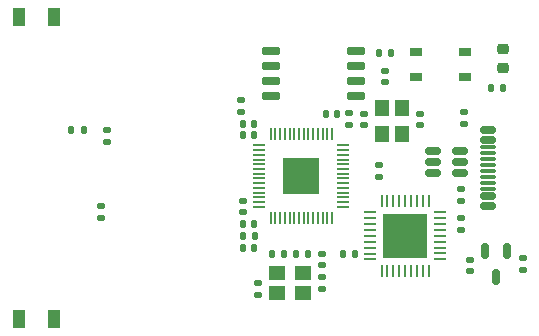
<source format=gbr>
%TF.GenerationSoftware,KiCad,Pcbnew,8.0.7*%
%TF.CreationDate,2025-04-15T10:47:43+02:00*%
%TF.ProjectId,colobus_hardware,636f6c6f-6275-4735-9f68-617264776172,rev?*%
%TF.SameCoordinates,Original*%
%TF.FileFunction,Paste,Top*%
%TF.FilePolarity,Positive*%
%FSLAX46Y46*%
G04 Gerber Fmt 4.6, Leading zero omitted, Abs format (unit mm)*
G04 Created by KiCad (PCBNEW 8.0.7) date 2025-04-15 10:47:43*
%MOMM*%
%LPD*%
G01*
G04 APERTURE LIST*
G04 Aperture macros list*
%AMRoundRect*
0 Rectangle with rounded corners*
0 $1 Rounding radius*
0 $2 $3 $4 $5 $6 $7 $8 $9 X,Y pos of 4 corners*
0 Add a 4 corners polygon primitive as box body*
4,1,4,$2,$3,$4,$5,$6,$7,$8,$9,$2,$3,0*
0 Add four circle primitives for the rounded corners*
1,1,$1+$1,$2,$3*
1,1,$1+$1,$4,$5*
1,1,$1+$1,$6,$7*
1,1,$1+$1,$8,$9*
0 Add four rect primitives between the rounded corners*
20,1,$1+$1,$2,$3,$4,$5,0*
20,1,$1+$1,$4,$5,$6,$7,0*
20,1,$1+$1,$6,$7,$8,$9,0*
20,1,$1+$1,$8,$9,$2,$3,0*%
G04 Aperture macros list end*
%ADD10RoundRect,0.140000X-0.170000X0.140000X-0.170000X-0.140000X0.170000X-0.140000X0.170000X0.140000X0*%
%ADD11RoundRect,0.140000X-0.140000X-0.170000X0.140000X-0.170000X0.140000X0.170000X-0.140000X0.170000X0*%
%ADD12RoundRect,0.135000X0.185000X-0.135000X0.185000X0.135000X-0.185000X0.135000X-0.185000X-0.135000X0*%
%ADD13R,1.100000X0.200000*%
%ADD14R,0.200000X1.100000*%
%ADD15R,3.100000X3.100000*%
%ADD16R,1.050000X1.600000*%
%ADD17RoundRect,0.140000X0.140000X0.170000X-0.140000X0.170000X-0.140000X-0.170000X0.140000X-0.170000X0*%
%ADD18RoundRect,0.150000X-0.650000X-0.150000X0.650000X-0.150000X0.650000X0.150000X-0.650000X0.150000X0*%
%ADD19RoundRect,0.135000X-0.185000X0.135000X-0.185000X-0.135000X0.185000X-0.135000X0.185000X0.135000X0*%
%ADD20R,1.050000X0.650000*%
%ADD21RoundRect,0.135000X-0.135000X-0.185000X0.135000X-0.185000X0.135000X0.185000X-0.135000X0.185000X0*%
%ADD22RoundRect,0.140000X0.170000X-0.140000X0.170000X0.140000X-0.170000X0.140000X-0.170000X-0.140000X0*%
%ADD23RoundRect,0.135000X0.135000X0.185000X-0.135000X0.185000X-0.135000X-0.185000X0.135000X-0.185000X0*%
%ADD24RoundRect,0.150000X-0.512500X-0.150000X0.512500X-0.150000X0.512500X0.150000X-0.512500X0.150000X0*%
%ADD25RoundRect,0.218750X-0.256250X0.218750X-0.256250X-0.218750X0.256250X-0.218750X0.256250X0.218750X0*%
%ADD26R,1.200000X1.400000*%
%ADD27R,1.100000X0.280000*%
%ADD28R,0.280000X1.100000*%
%ADD29R,3.700000X3.700000*%
%ADD30R,1.400000X1.200000*%
%ADD31RoundRect,0.150000X0.500000X-0.150000X0.500000X0.150000X-0.500000X0.150000X-0.500000X-0.150000X0*%
%ADD32RoundRect,0.075000X0.575000X-0.075000X0.575000X0.075000X-0.575000X0.075000X-0.575000X-0.075000X0*%
%ADD33RoundRect,0.150000X-0.150000X0.512500X-0.150000X-0.512500X0.150000X-0.512500X0.150000X0.512500X0*%
G04 APERTURE END LIST*
D10*
%TO.C,C5*%
X141200000Y-122520000D03*
X141200000Y-123480000D03*
%TD*%
%TO.C,C2*%
X123250000Y-124520000D03*
X123250000Y-125480000D03*
%TD*%
D11*
%TO.C,C12*%
X129020000Y-110200000D03*
X129980000Y-110200000D03*
%TD*%
D12*
%TO.C,R13*%
X110000000Y-119020000D03*
X110000000Y-118000000D03*
%TD*%
D10*
%TO.C,C1*%
X134000000Y-106520000D03*
X134000000Y-107480000D03*
%TD*%
D13*
%TO.C,U1*%
X123400000Y-112840000D03*
X123400000Y-113240000D03*
X123400000Y-113640000D03*
X123400000Y-114040000D03*
X123400000Y-114440000D03*
X123400000Y-114840000D03*
X123400000Y-115240000D03*
X123400000Y-115640000D03*
X123400000Y-116040000D03*
X123400000Y-116440000D03*
X123400000Y-116840000D03*
X123400000Y-117240000D03*
X123400000Y-117640000D03*
X123400000Y-118040000D03*
D14*
X124350000Y-118990000D03*
X124750000Y-118990000D03*
X125150000Y-118990000D03*
X125550000Y-118990000D03*
X125950000Y-118990000D03*
X126350000Y-118990000D03*
X126750000Y-118990000D03*
X127150000Y-118990000D03*
X127550000Y-118990000D03*
X127950000Y-118990000D03*
X128350000Y-118990000D03*
X128750000Y-118990000D03*
X129150000Y-118990000D03*
X129550000Y-118990000D03*
D13*
X130500000Y-118040000D03*
X130500000Y-117640000D03*
X130500000Y-117240000D03*
X130500000Y-116840000D03*
X130500000Y-116440000D03*
X130500000Y-116040000D03*
X130500000Y-115640000D03*
X130500000Y-115240000D03*
X130500000Y-114840000D03*
X130500000Y-114440000D03*
X130500000Y-114040000D03*
X130500000Y-113640000D03*
X130500000Y-113240000D03*
X130500000Y-112840000D03*
D14*
X129550000Y-111890000D03*
X129150000Y-111890000D03*
X128750000Y-111890000D03*
X128350000Y-111890000D03*
X127950000Y-111890000D03*
X127550000Y-111890000D03*
X127150000Y-111890000D03*
X126750000Y-111890000D03*
X126350000Y-111890000D03*
X125950000Y-111890000D03*
X125550000Y-111890000D03*
X125150000Y-111890000D03*
X124750000Y-111890000D03*
X124350000Y-111890000D03*
D15*
X126950000Y-115440000D03*
%TD*%
D16*
%TO.C,C8*%
X103050000Y-127500000D03*
X106000000Y-127500000D03*
%TD*%
D17*
%TO.C,C16*%
X122960000Y-111000000D03*
X122000000Y-111000000D03*
%TD*%
D18*
%TO.C,U2*%
X124400000Y-104845000D03*
X124400000Y-106115000D03*
X124400000Y-107385000D03*
X124400000Y-108655000D03*
X131600000Y-108655000D03*
X131600000Y-107385000D03*
X131600000Y-106115000D03*
X131600000Y-104845000D03*
%TD*%
D16*
%TO.C,C9*%
X103050000Y-102000000D03*
X106000000Y-102000000D03*
%TD*%
D19*
%TO.C,R5*%
X140750000Y-109990000D03*
X140750000Y-111010000D03*
%TD*%
D20*
%TO.C,SW1*%
X140825000Y-107075000D03*
X136675000Y-107075000D03*
X140825000Y-104925000D03*
X136675000Y-104925000D03*
%TD*%
D21*
%TO.C,R3*%
X124500000Y-122000000D03*
X125520000Y-122000000D03*
%TD*%
D12*
%TO.C,R4*%
X140500000Y-117510000D03*
X140500000Y-116490000D03*
%TD*%
D17*
%TO.C,C10*%
X127480000Y-122000000D03*
X126520000Y-122000000D03*
%TD*%
D21*
%TO.C,R11*%
X107490000Y-111500000D03*
X108510000Y-111500000D03*
%TD*%
D22*
%TO.C,C4*%
X145700000Y-123367500D03*
X145700000Y-122407500D03*
%TD*%
D17*
%TO.C,C15*%
X122980000Y-112000000D03*
X122020000Y-112000000D03*
%TD*%
D10*
%TO.C,C11*%
X128700000Y-122020000D03*
X128700000Y-122980000D03*
%TD*%
D22*
%TO.C,C3*%
X128700000Y-124980000D03*
X128700000Y-124020000D03*
%TD*%
D23*
%TO.C,R1*%
X131510000Y-122000000D03*
X130490000Y-122000000D03*
%TD*%
D10*
%TO.C,C6*%
X136995000Y-110170000D03*
X136995000Y-111130000D03*
%TD*%
D24*
%TO.C,U4*%
X138112500Y-113300000D03*
X138112500Y-114250000D03*
X138112500Y-115200000D03*
X140387500Y-115200000D03*
X140387500Y-114250000D03*
X140387500Y-113300000D03*
%TD*%
D25*
%TO.C,D1*%
X144000000Y-104712500D03*
X144000000Y-106287500D03*
%TD*%
D22*
%TO.C,C17*%
X121800000Y-109980000D03*
X121800000Y-109020000D03*
%TD*%
D23*
%TO.C,R2*%
X134510000Y-105000000D03*
X133490000Y-105000000D03*
%TD*%
D12*
%TO.C,R12*%
X110500000Y-112520000D03*
X110500000Y-111500000D03*
%TD*%
D11*
%TO.C,C18*%
X122020000Y-119500000D03*
X122980000Y-119500000D03*
%TD*%
D26*
%TO.C,Y2*%
X135470000Y-111850000D03*
X135470000Y-109650000D03*
X133770000Y-109650000D03*
X133770000Y-111850000D03*
%TD*%
D27*
%TO.C,U6*%
X132780000Y-118500000D03*
X132780000Y-119000000D03*
X132780000Y-119500000D03*
X132780000Y-120000000D03*
X132780000Y-120500000D03*
X132780000Y-121000000D03*
X132780000Y-121500000D03*
X132780000Y-122000000D03*
X132780000Y-122500000D03*
D28*
X133750000Y-123450000D03*
X134240000Y-123450000D03*
X134740000Y-123450000D03*
X135240000Y-123450000D03*
X135740000Y-123450000D03*
X136240000Y-123450000D03*
X136750000Y-123450000D03*
X137250000Y-123450000D03*
X137750000Y-123450000D03*
D27*
X138720000Y-122490000D03*
X138720000Y-121990000D03*
X138720000Y-121490000D03*
X138720000Y-120990000D03*
X138720000Y-120490000D03*
X138720000Y-119990000D03*
X138720000Y-119490000D03*
X138720000Y-118990000D03*
X138720000Y-118490000D03*
D28*
X137730000Y-117510000D03*
X137240000Y-117510000D03*
X136740000Y-117510000D03*
X136230000Y-117510000D03*
X135730000Y-117510000D03*
X135230000Y-117510000D03*
X134730000Y-117510000D03*
X134230000Y-117510000D03*
X133740000Y-117510000D03*
D29*
X135750000Y-120500000D03*
%TD*%
D30*
%TO.C,Y3*%
X127100000Y-123650000D03*
X124900000Y-123650000D03*
X124900000Y-125350000D03*
X127100000Y-125350000D03*
%TD*%
D22*
%TO.C,C13*%
X131000000Y-111080000D03*
X131000000Y-110120000D03*
%TD*%
%TO.C,C7*%
X132245000Y-111130000D03*
X132245000Y-110170000D03*
%TD*%
D31*
%TO.C,J2*%
X142755000Y-117950000D03*
X142755000Y-117150000D03*
D32*
X142755000Y-116000000D03*
X142755000Y-115000000D03*
X142755000Y-114500000D03*
X142755000Y-113500000D03*
D31*
X142755000Y-112350000D03*
X142755000Y-111550000D03*
X142755000Y-111550000D03*
X142755000Y-112350000D03*
D32*
X142755000Y-113000000D03*
X142755000Y-114000000D03*
X142755000Y-115500000D03*
X142755000Y-116500000D03*
D31*
X142755000Y-117150000D03*
X142755000Y-117950000D03*
%TD*%
D23*
%TO.C,R10*%
X144010000Y-108000000D03*
X142990000Y-108000000D03*
%TD*%
D11*
%TO.C,C20*%
X122040000Y-120500000D03*
X123000000Y-120500000D03*
%TD*%
%TO.C,C14*%
X122020000Y-121500000D03*
X122980000Y-121500000D03*
%TD*%
D10*
%TO.C,C19*%
X122000000Y-117520000D03*
X122000000Y-118480000D03*
%TD*%
D12*
%TO.C,R15*%
X133500000Y-115510000D03*
X133500000Y-114490000D03*
%TD*%
D33*
%TO.C,U3*%
X144400000Y-121750000D03*
X142500000Y-121750000D03*
X143450000Y-124025000D03*
%TD*%
D12*
%TO.C,R6*%
X140500000Y-120010000D03*
X140500000Y-118990000D03*
%TD*%
M02*

</source>
